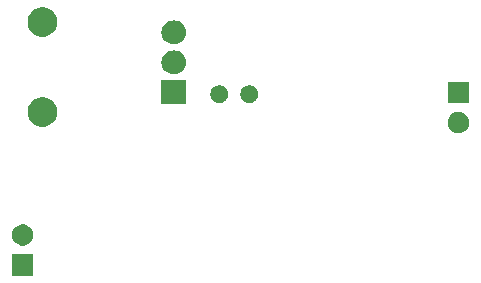
<source format=gbr>
G04 #@! TF.GenerationSoftware,KiCad,Pcbnew,5.1.5+dfsg1-2build2*
G04 #@! TF.CreationDate,2020-12-07T20:52:04+03:00*
G04 #@! TF.ProjectId,PowerNeg,506f7765-724e-4656-972e-6b696361645f,rev?*
G04 #@! TF.SameCoordinates,Original*
G04 #@! TF.FileFunction,Soldermask,Bot*
G04 #@! TF.FilePolarity,Negative*
%FSLAX46Y46*%
G04 Gerber Fmt 4.6, Leading zero omitted, Abs format (unit mm)*
G04 Created by KiCad (PCBNEW 5.1.5+dfsg1-2build2) date 2020-12-07 20:52:04*
%MOMM*%
%LPD*%
G04 APERTURE LIST*
%ADD10C,0.100000*%
G04 APERTURE END LIST*
D10*
G36*
X176001000Y-105001000D02*
G01*
X174199000Y-105001000D01*
X174199000Y-103199000D01*
X176001000Y-103199000D01*
X176001000Y-105001000D01*
G37*
G36*
X175213512Y-100663927D02*
G01*
X175362812Y-100693624D01*
X175526784Y-100761544D01*
X175674354Y-100860147D01*
X175799853Y-100985646D01*
X175898456Y-101133216D01*
X175966376Y-101297188D01*
X176001000Y-101471259D01*
X176001000Y-101648741D01*
X175966376Y-101822812D01*
X175898456Y-101986784D01*
X175799853Y-102134354D01*
X175674354Y-102259853D01*
X175526784Y-102358456D01*
X175362812Y-102426376D01*
X175213512Y-102456073D01*
X175188742Y-102461000D01*
X175011258Y-102461000D01*
X174986488Y-102456073D01*
X174837188Y-102426376D01*
X174673216Y-102358456D01*
X174525646Y-102259853D01*
X174400147Y-102134354D01*
X174301544Y-101986784D01*
X174233624Y-101822812D01*
X174199000Y-101648741D01*
X174199000Y-101471259D01*
X174233624Y-101297188D01*
X174301544Y-101133216D01*
X174400147Y-100985646D01*
X174525646Y-100860147D01*
X174673216Y-100761544D01*
X174837188Y-100693624D01*
X174986488Y-100663927D01*
X175011258Y-100659000D01*
X175188742Y-100659000D01*
X175213512Y-100663927D01*
G37*
G36*
X212093512Y-91153927D02*
G01*
X212242812Y-91183624D01*
X212406784Y-91251544D01*
X212554354Y-91350147D01*
X212679853Y-91475646D01*
X212778456Y-91623216D01*
X212846376Y-91787188D01*
X212881000Y-91961259D01*
X212881000Y-92138741D01*
X212846376Y-92312812D01*
X212778456Y-92476784D01*
X212679853Y-92624354D01*
X212554354Y-92749853D01*
X212406784Y-92848456D01*
X212242812Y-92916376D01*
X212093512Y-92946073D01*
X212068742Y-92951000D01*
X211891258Y-92951000D01*
X211866488Y-92946073D01*
X211717188Y-92916376D01*
X211553216Y-92848456D01*
X211405646Y-92749853D01*
X211280147Y-92624354D01*
X211181544Y-92476784D01*
X211113624Y-92312812D01*
X211079000Y-92138741D01*
X211079000Y-91961259D01*
X211113624Y-91787188D01*
X211181544Y-91623216D01*
X211280147Y-91475646D01*
X211405646Y-91350147D01*
X211553216Y-91251544D01*
X211717188Y-91183624D01*
X211866488Y-91153927D01*
X211891258Y-91149000D01*
X212068742Y-91149000D01*
X212093512Y-91153927D01*
G37*
G36*
X177134903Y-89937075D02*
G01*
X177362571Y-90031378D01*
X177567466Y-90168285D01*
X177741715Y-90342534D01*
X177835906Y-90483500D01*
X177878623Y-90547431D01*
X177972925Y-90775097D01*
X178021000Y-91016786D01*
X178021000Y-91263214D01*
X177972925Y-91504903D01*
X177923918Y-91623218D01*
X177878622Y-91732571D01*
X177741715Y-91937466D01*
X177567466Y-92111715D01*
X177362571Y-92248622D01*
X177362570Y-92248623D01*
X177362569Y-92248623D01*
X177134903Y-92342925D01*
X176893214Y-92391000D01*
X176646786Y-92391000D01*
X176405097Y-92342925D01*
X176177431Y-92248623D01*
X176177430Y-92248623D01*
X176177429Y-92248622D01*
X175972534Y-92111715D01*
X175798285Y-91937466D01*
X175661378Y-91732571D01*
X175616083Y-91623218D01*
X175567075Y-91504903D01*
X175519000Y-91263214D01*
X175519000Y-91016786D01*
X175567075Y-90775097D01*
X175661377Y-90547431D01*
X175704094Y-90483500D01*
X175798285Y-90342534D01*
X175972534Y-90168285D01*
X176177429Y-90031378D01*
X176405097Y-89937075D01*
X176646786Y-89889000D01*
X176893214Y-89889000D01*
X177134903Y-89937075D01*
G37*
G36*
X188941000Y-90483500D02*
G01*
X186839000Y-90483500D01*
X186839000Y-88476500D01*
X188941000Y-88476500D01*
X188941000Y-90483500D01*
G37*
G36*
X212881000Y-90411000D02*
G01*
X211079000Y-90411000D01*
X211079000Y-88609000D01*
X212881000Y-88609000D01*
X212881000Y-90411000D01*
G37*
G36*
X191959059Y-88907860D02*
G01*
X192095732Y-88964472D01*
X192218735Y-89046660D01*
X192323340Y-89151265D01*
X192323341Y-89151267D01*
X192405529Y-89274270D01*
X192462140Y-89410941D01*
X192491000Y-89556032D01*
X192491000Y-89703968D01*
X192462140Y-89849059D01*
X192425683Y-89937075D01*
X192405528Y-89985732D01*
X192323340Y-90108735D01*
X192218735Y-90213340D01*
X192095732Y-90295528D01*
X192095731Y-90295529D01*
X192095730Y-90295529D01*
X191959059Y-90352140D01*
X191813968Y-90381000D01*
X191666032Y-90381000D01*
X191520941Y-90352140D01*
X191384270Y-90295529D01*
X191384269Y-90295529D01*
X191384268Y-90295528D01*
X191261265Y-90213340D01*
X191156660Y-90108735D01*
X191074472Y-89985732D01*
X191054318Y-89937075D01*
X191017860Y-89849059D01*
X190989000Y-89703968D01*
X190989000Y-89556032D01*
X191017860Y-89410941D01*
X191074471Y-89274270D01*
X191156659Y-89151267D01*
X191156660Y-89151265D01*
X191261265Y-89046660D01*
X191384268Y-88964472D01*
X191520941Y-88907860D01*
X191666032Y-88879000D01*
X191813968Y-88879000D01*
X191959059Y-88907860D01*
G37*
G36*
X194499059Y-88907860D02*
G01*
X194635732Y-88964472D01*
X194758735Y-89046660D01*
X194863340Y-89151265D01*
X194863341Y-89151267D01*
X194945529Y-89274270D01*
X195002140Y-89410941D01*
X195031000Y-89556032D01*
X195031000Y-89703968D01*
X195002140Y-89849059D01*
X194965683Y-89937075D01*
X194945528Y-89985732D01*
X194863340Y-90108735D01*
X194758735Y-90213340D01*
X194635732Y-90295528D01*
X194635731Y-90295529D01*
X194635730Y-90295529D01*
X194499059Y-90352140D01*
X194353968Y-90381000D01*
X194206032Y-90381000D01*
X194060941Y-90352140D01*
X193924270Y-90295529D01*
X193924269Y-90295529D01*
X193924268Y-90295528D01*
X193801265Y-90213340D01*
X193696660Y-90108735D01*
X193614472Y-89985732D01*
X193594318Y-89937075D01*
X193557860Y-89849059D01*
X193529000Y-89703968D01*
X193529000Y-89556032D01*
X193557860Y-89410941D01*
X193614471Y-89274270D01*
X193696659Y-89151267D01*
X193696660Y-89151265D01*
X193801265Y-89046660D01*
X193924268Y-88964472D01*
X194060941Y-88907860D01*
X194206032Y-88879000D01*
X194353968Y-88879000D01*
X194499059Y-88907860D01*
G37*
G36*
X188035936Y-85941340D02*
G01*
X188134220Y-85951020D01*
X188323381Y-86008401D01*
X188497712Y-86101583D01*
X188650515Y-86226985D01*
X188775917Y-86379788D01*
X188869099Y-86554119D01*
X188926480Y-86743280D01*
X188945855Y-86940000D01*
X188926480Y-87136720D01*
X188869099Y-87325881D01*
X188775917Y-87500212D01*
X188650515Y-87653015D01*
X188497712Y-87778417D01*
X188323381Y-87871599D01*
X188134220Y-87928980D01*
X188035936Y-87938660D01*
X187986795Y-87943500D01*
X187793205Y-87943500D01*
X187744064Y-87938660D01*
X187645780Y-87928980D01*
X187456619Y-87871599D01*
X187282288Y-87778417D01*
X187129485Y-87653015D01*
X187004083Y-87500212D01*
X186910901Y-87325881D01*
X186853520Y-87136720D01*
X186834145Y-86940000D01*
X186853520Y-86743280D01*
X186910901Y-86554119D01*
X187004083Y-86379788D01*
X187129485Y-86226985D01*
X187282288Y-86101583D01*
X187456619Y-86008401D01*
X187645780Y-85951020D01*
X187744064Y-85941340D01*
X187793205Y-85936500D01*
X187986795Y-85936500D01*
X188035936Y-85941340D01*
G37*
G36*
X188035936Y-83401340D02*
G01*
X188134220Y-83411020D01*
X188323381Y-83468401D01*
X188497712Y-83561583D01*
X188650515Y-83686985D01*
X188775917Y-83839788D01*
X188869099Y-84014119D01*
X188926480Y-84203280D01*
X188945855Y-84400000D01*
X188926480Y-84596720D01*
X188869099Y-84785881D01*
X188775917Y-84960212D01*
X188650515Y-85113015D01*
X188497712Y-85238417D01*
X188323381Y-85331599D01*
X188134220Y-85388980D01*
X188035936Y-85398660D01*
X187986795Y-85403500D01*
X187793205Y-85403500D01*
X187744064Y-85398660D01*
X187645780Y-85388980D01*
X187456619Y-85331599D01*
X187282288Y-85238417D01*
X187129485Y-85113015D01*
X187004083Y-84960212D01*
X186910901Y-84785881D01*
X186853520Y-84596720D01*
X186834145Y-84400000D01*
X186853520Y-84203280D01*
X186910901Y-84014119D01*
X187004083Y-83839788D01*
X187129485Y-83686985D01*
X187282288Y-83561583D01*
X187456619Y-83468401D01*
X187645780Y-83411020D01*
X187744064Y-83401340D01*
X187793205Y-83396500D01*
X187986795Y-83396500D01*
X188035936Y-83401340D01*
G37*
G36*
X177134903Y-82317075D02*
G01*
X177362571Y-82411378D01*
X177567466Y-82548285D01*
X177741715Y-82722534D01*
X177878622Y-82927429D01*
X177972925Y-83155097D01*
X178021000Y-83396787D01*
X178021000Y-83643213D01*
X177972925Y-83884903D01*
X177878622Y-84112571D01*
X177741715Y-84317466D01*
X177567466Y-84491715D01*
X177362571Y-84628622D01*
X177362570Y-84628623D01*
X177362569Y-84628623D01*
X177134903Y-84722925D01*
X176893214Y-84771000D01*
X176646786Y-84771000D01*
X176405097Y-84722925D01*
X176177431Y-84628623D01*
X176177430Y-84628623D01*
X176177429Y-84628622D01*
X175972534Y-84491715D01*
X175798285Y-84317466D01*
X175661378Y-84112571D01*
X175567075Y-83884903D01*
X175519000Y-83643213D01*
X175519000Y-83396787D01*
X175567075Y-83155097D01*
X175661378Y-82927429D01*
X175798285Y-82722534D01*
X175972534Y-82548285D01*
X176177429Y-82411378D01*
X176405097Y-82317075D01*
X176646786Y-82269000D01*
X176893214Y-82269000D01*
X177134903Y-82317075D01*
G37*
M02*

</source>
